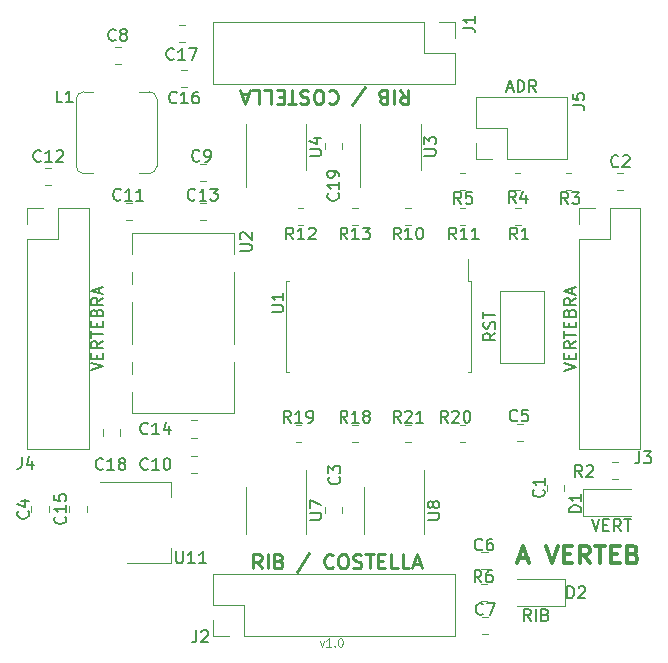
<source format=gbr>
%TF.GenerationSoftware,KiCad,Pcbnew,6.0.8+dfsg-1~bpo11+1*%
%TF.CreationDate,2022-10-31T17:28:34+01:00*%
%TF.ProjectId,vertExpI2c_00,76657274-4578-4704-9932-635f30302e6b,rev?*%
%TF.SameCoordinates,Original*%
%TF.FileFunction,Legend,Top*%
%TF.FilePolarity,Positive*%
%FSLAX46Y46*%
G04 Gerber Fmt 4.6, Leading zero omitted, Abs format (unit mm)*
G04 Created by KiCad (PCBNEW 6.0.8+dfsg-1~bpo11+1) date 2022-10-31 17:28:34*
%MOMM*%
%LPD*%
G01*
G04 APERTURE LIST*
%ADD10C,0.150000*%
%ADD11C,0.250000*%
%ADD12C,0.300000*%
%ADD13C,0.110000*%
%ADD14C,0.120000*%
G04 APERTURE END LIST*
D10*
X164833333Y-114652380D02*
X165166666Y-115652380D01*
X165500000Y-114652380D01*
X165833333Y-115128571D02*
X166166666Y-115128571D01*
X166309523Y-115652380D02*
X165833333Y-115652380D01*
X165833333Y-114652380D01*
X166309523Y-114652380D01*
X167309523Y-115652380D02*
X166976190Y-115176190D01*
X166738095Y-115652380D02*
X166738095Y-114652380D01*
X167119047Y-114652380D01*
X167214285Y-114700000D01*
X167261904Y-114747619D01*
X167309523Y-114842857D01*
X167309523Y-114985714D01*
X167261904Y-115080952D01*
X167214285Y-115128571D01*
X167119047Y-115176190D01*
X166738095Y-115176190D01*
X167595238Y-114652380D02*
X168166666Y-114652380D01*
X167880952Y-115652380D02*
X167880952Y-114652380D01*
D11*
X148632857Y-78287142D02*
X149032857Y-78858571D01*
X149318571Y-78287142D02*
X149318571Y-79487142D01*
X148861428Y-79487142D01*
X148747142Y-79430000D01*
X148690000Y-79372857D01*
X148632857Y-79258571D01*
X148632857Y-79087142D01*
X148690000Y-78972857D01*
X148747142Y-78915714D01*
X148861428Y-78858571D01*
X149318571Y-78858571D01*
X148118571Y-78287142D02*
X148118571Y-79487142D01*
X147147142Y-78915714D02*
X146975714Y-78858571D01*
X146918571Y-78801428D01*
X146861428Y-78687142D01*
X146861428Y-78515714D01*
X146918571Y-78401428D01*
X146975714Y-78344285D01*
X147090000Y-78287142D01*
X147547142Y-78287142D01*
X147547142Y-79487142D01*
X147147142Y-79487142D01*
X147032857Y-79430000D01*
X146975714Y-79372857D01*
X146918571Y-79258571D01*
X146918571Y-79144285D01*
X146975714Y-79030000D01*
X147032857Y-78972857D01*
X147147142Y-78915714D01*
X147547142Y-78915714D01*
X144575714Y-79544285D02*
X145604285Y-78001428D01*
X142575714Y-78401428D02*
X142632857Y-78344285D01*
X142804285Y-78287142D01*
X142918571Y-78287142D01*
X143090000Y-78344285D01*
X143204285Y-78458571D01*
X143261428Y-78572857D01*
X143318571Y-78801428D01*
X143318571Y-78972857D01*
X143261428Y-79201428D01*
X143204285Y-79315714D01*
X143090000Y-79430000D01*
X142918571Y-79487142D01*
X142804285Y-79487142D01*
X142632857Y-79430000D01*
X142575714Y-79372857D01*
X141832857Y-79487142D02*
X141604285Y-79487142D01*
X141490000Y-79430000D01*
X141375714Y-79315714D01*
X141318571Y-79087142D01*
X141318571Y-78687142D01*
X141375714Y-78458571D01*
X141490000Y-78344285D01*
X141604285Y-78287142D01*
X141832857Y-78287142D01*
X141947142Y-78344285D01*
X142061428Y-78458571D01*
X142118571Y-78687142D01*
X142118571Y-79087142D01*
X142061428Y-79315714D01*
X141947142Y-79430000D01*
X141832857Y-79487142D01*
X140861428Y-78344285D02*
X140690000Y-78287142D01*
X140404285Y-78287142D01*
X140290000Y-78344285D01*
X140232857Y-78401428D01*
X140175714Y-78515714D01*
X140175714Y-78630000D01*
X140232857Y-78744285D01*
X140290000Y-78801428D01*
X140404285Y-78858571D01*
X140632857Y-78915714D01*
X140747142Y-78972857D01*
X140804285Y-79030000D01*
X140861428Y-79144285D01*
X140861428Y-79258571D01*
X140804285Y-79372857D01*
X140747142Y-79430000D01*
X140632857Y-79487142D01*
X140347142Y-79487142D01*
X140175714Y-79430000D01*
X139832857Y-79487142D02*
X139147142Y-79487142D01*
X139490000Y-78287142D02*
X139490000Y-79487142D01*
X138747142Y-78915714D02*
X138347142Y-78915714D01*
X138175714Y-78287142D02*
X138747142Y-78287142D01*
X138747142Y-79487142D01*
X138175714Y-79487142D01*
X137090000Y-78287142D02*
X137661428Y-78287142D01*
X137661428Y-79487142D01*
X136118571Y-78287142D02*
X136690000Y-78287142D01*
X136690000Y-79487142D01*
X135775714Y-78630000D02*
X135204285Y-78630000D01*
X135890000Y-78287142D02*
X135490000Y-79487142D01*
X135090000Y-78287142D01*
D12*
X158700000Y-117950000D02*
X159414285Y-117950000D01*
X158557142Y-118378571D02*
X159057142Y-116878571D01*
X159557142Y-118378571D01*
X160985714Y-116878571D02*
X161485714Y-118378571D01*
X161985714Y-116878571D01*
X162485714Y-117592857D02*
X162985714Y-117592857D01*
X163200000Y-118378571D02*
X162485714Y-118378571D01*
X162485714Y-116878571D01*
X163200000Y-116878571D01*
X164700000Y-118378571D02*
X164200000Y-117664285D01*
X163842857Y-118378571D02*
X163842857Y-116878571D01*
X164414285Y-116878571D01*
X164557142Y-116950000D01*
X164628571Y-117021428D01*
X164700000Y-117164285D01*
X164700000Y-117378571D01*
X164628571Y-117521428D01*
X164557142Y-117592857D01*
X164414285Y-117664285D01*
X163842857Y-117664285D01*
X165128571Y-116878571D02*
X165985714Y-116878571D01*
X165557142Y-118378571D02*
X165557142Y-116878571D01*
X166485714Y-117592857D02*
X166985714Y-117592857D01*
X167200000Y-118378571D02*
X166485714Y-118378571D01*
X166485714Y-116878571D01*
X167200000Y-116878571D01*
X168342857Y-117592857D02*
X168557142Y-117664285D01*
X168628571Y-117735714D01*
X168700000Y-117878571D01*
X168700000Y-118092857D01*
X168628571Y-118235714D01*
X168557142Y-118307142D01*
X168414285Y-118378571D01*
X167842857Y-118378571D01*
X167842857Y-116878571D01*
X168342857Y-116878571D01*
X168485714Y-116950000D01*
X168557142Y-117021428D01*
X168628571Y-117164285D01*
X168628571Y-117307142D01*
X168557142Y-117450000D01*
X168485714Y-117521428D01*
X168342857Y-117592857D01*
X167842857Y-117592857D01*
D13*
X141800000Y-124950000D02*
X141966666Y-125416666D01*
X142133333Y-124950000D01*
X142766666Y-125416666D02*
X142366666Y-125416666D01*
X142566666Y-125416666D02*
X142566666Y-124716666D01*
X142500000Y-124816666D01*
X142433333Y-124883333D01*
X142366666Y-124916666D01*
X143066666Y-125350000D02*
X143100000Y-125383333D01*
X143066666Y-125416666D01*
X143033333Y-125383333D01*
X143066666Y-125350000D01*
X143066666Y-125416666D01*
X143533333Y-124716666D02*
X143600000Y-124716666D01*
X143666666Y-124750000D01*
X143700000Y-124783333D01*
X143733333Y-124850000D01*
X143766666Y-124983333D01*
X143766666Y-125150000D01*
X143733333Y-125283333D01*
X143700000Y-125350000D01*
X143666666Y-125383333D01*
X143600000Y-125416666D01*
X143533333Y-125416666D01*
X143466666Y-125383333D01*
X143433333Y-125350000D01*
X143400000Y-125283333D01*
X143366666Y-125150000D01*
X143366666Y-124983333D01*
X143400000Y-124850000D01*
X143433333Y-124783333D01*
X143466666Y-124750000D01*
X143533333Y-124716666D01*
D10*
X159671428Y-123252380D02*
X159338095Y-122776190D01*
X159100000Y-123252380D02*
X159100000Y-122252380D01*
X159480952Y-122252380D01*
X159576190Y-122300000D01*
X159623809Y-122347619D01*
X159671428Y-122442857D01*
X159671428Y-122585714D01*
X159623809Y-122680952D01*
X159576190Y-122728571D01*
X159480952Y-122776190D01*
X159100000Y-122776190D01*
X160100000Y-123252380D02*
X160100000Y-122252380D01*
X160909523Y-122728571D02*
X161052380Y-122776190D01*
X161100000Y-122823809D01*
X161147619Y-122919047D01*
X161147619Y-123061904D01*
X161100000Y-123157142D01*
X161052380Y-123204761D01*
X160957142Y-123252380D01*
X160576190Y-123252380D01*
X160576190Y-122252380D01*
X160909523Y-122252380D01*
X161004761Y-122300000D01*
X161052380Y-122347619D01*
X161100000Y-122442857D01*
X161100000Y-122538095D01*
X161052380Y-122633333D01*
X161004761Y-122680952D01*
X160909523Y-122728571D01*
X160576190Y-122728571D01*
D11*
X136887142Y-118792857D02*
X136487142Y-118221428D01*
X136201428Y-118792857D02*
X136201428Y-117592857D01*
X136658571Y-117592857D01*
X136772857Y-117650000D01*
X136830000Y-117707142D01*
X136887142Y-117821428D01*
X136887142Y-117992857D01*
X136830000Y-118107142D01*
X136772857Y-118164285D01*
X136658571Y-118221428D01*
X136201428Y-118221428D01*
X137401428Y-118792857D02*
X137401428Y-117592857D01*
X138372857Y-118164285D02*
X138544285Y-118221428D01*
X138601428Y-118278571D01*
X138658571Y-118392857D01*
X138658571Y-118564285D01*
X138601428Y-118678571D01*
X138544285Y-118735714D01*
X138430000Y-118792857D01*
X137972857Y-118792857D01*
X137972857Y-117592857D01*
X138372857Y-117592857D01*
X138487142Y-117650000D01*
X138544285Y-117707142D01*
X138601428Y-117821428D01*
X138601428Y-117935714D01*
X138544285Y-118050000D01*
X138487142Y-118107142D01*
X138372857Y-118164285D01*
X137972857Y-118164285D01*
X140944285Y-117535714D02*
X139915714Y-119078571D01*
X142944285Y-118678571D02*
X142887142Y-118735714D01*
X142715714Y-118792857D01*
X142601428Y-118792857D01*
X142430000Y-118735714D01*
X142315714Y-118621428D01*
X142258571Y-118507142D01*
X142201428Y-118278571D01*
X142201428Y-118107142D01*
X142258571Y-117878571D01*
X142315714Y-117764285D01*
X142430000Y-117650000D01*
X142601428Y-117592857D01*
X142715714Y-117592857D01*
X142887142Y-117650000D01*
X142944285Y-117707142D01*
X143687142Y-117592857D02*
X143915714Y-117592857D01*
X144030000Y-117650000D01*
X144144285Y-117764285D01*
X144201428Y-117992857D01*
X144201428Y-118392857D01*
X144144285Y-118621428D01*
X144030000Y-118735714D01*
X143915714Y-118792857D01*
X143687142Y-118792857D01*
X143572857Y-118735714D01*
X143458571Y-118621428D01*
X143401428Y-118392857D01*
X143401428Y-117992857D01*
X143458571Y-117764285D01*
X143572857Y-117650000D01*
X143687142Y-117592857D01*
X144658571Y-118735714D02*
X144830000Y-118792857D01*
X145115714Y-118792857D01*
X145230000Y-118735714D01*
X145287142Y-118678571D01*
X145344285Y-118564285D01*
X145344285Y-118450000D01*
X145287142Y-118335714D01*
X145230000Y-118278571D01*
X145115714Y-118221428D01*
X144887142Y-118164285D01*
X144772857Y-118107142D01*
X144715714Y-118050000D01*
X144658571Y-117935714D01*
X144658571Y-117821428D01*
X144715714Y-117707142D01*
X144772857Y-117650000D01*
X144887142Y-117592857D01*
X145172857Y-117592857D01*
X145344285Y-117650000D01*
X145687142Y-117592857D02*
X146372857Y-117592857D01*
X146030000Y-118792857D02*
X146030000Y-117592857D01*
X146772857Y-118164285D02*
X147172857Y-118164285D01*
X147344285Y-118792857D02*
X146772857Y-118792857D01*
X146772857Y-117592857D01*
X147344285Y-117592857D01*
X148430000Y-118792857D02*
X147858571Y-118792857D01*
X147858571Y-117592857D01*
X149401428Y-118792857D02*
X148830000Y-118792857D01*
X148830000Y-117592857D01*
X149744285Y-118450000D02*
X150315714Y-118450000D01*
X149630000Y-118792857D02*
X150030000Y-117592857D01*
X150430000Y-118792857D01*
D10*
X162482380Y-102057619D02*
X163482380Y-101724285D01*
X162482380Y-101390952D01*
X162958571Y-101057619D02*
X162958571Y-100724285D01*
X163482380Y-100581428D02*
X163482380Y-101057619D01*
X162482380Y-101057619D01*
X162482380Y-100581428D01*
X163482380Y-99581428D02*
X163006190Y-99914761D01*
X163482380Y-100152857D02*
X162482380Y-100152857D01*
X162482380Y-99771904D01*
X162530000Y-99676666D01*
X162577619Y-99629047D01*
X162672857Y-99581428D01*
X162815714Y-99581428D01*
X162910952Y-99629047D01*
X162958571Y-99676666D01*
X163006190Y-99771904D01*
X163006190Y-100152857D01*
X162482380Y-99295714D02*
X162482380Y-98724285D01*
X163482380Y-99010000D02*
X162482380Y-99010000D01*
X162958571Y-98390952D02*
X162958571Y-98057619D01*
X163482380Y-97914761D02*
X163482380Y-98390952D01*
X162482380Y-98390952D01*
X162482380Y-97914761D01*
X162958571Y-97152857D02*
X163006190Y-97010000D01*
X163053809Y-96962380D01*
X163149047Y-96914761D01*
X163291904Y-96914761D01*
X163387142Y-96962380D01*
X163434761Y-97010000D01*
X163482380Y-97105238D01*
X163482380Y-97486190D01*
X162482380Y-97486190D01*
X162482380Y-97152857D01*
X162530000Y-97057619D01*
X162577619Y-97010000D01*
X162672857Y-96962380D01*
X162768095Y-96962380D01*
X162863333Y-97010000D01*
X162910952Y-97057619D01*
X162958571Y-97152857D01*
X162958571Y-97486190D01*
X163482380Y-95914761D02*
X163006190Y-96248095D01*
X163482380Y-96486190D02*
X162482380Y-96486190D01*
X162482380Y-96105238D01*
X162530000Y-96010000D01*
X162577619Y-95962380D01*
X162672857Y-95914761D01*
X162815714Y-95914761D01*
X162910952Y-95962380D01*
X162958571Y-96010000D01*
X163006190Y-96105238D01*
X163006190Y-96486190D01*
X163196666Y-95533809D02*
X163196666Y-95057619D01*
X163482380Y-95629047D02*
X162482380Y-95295714D01*
X163482380Y-94962380D01*
X157661904Y-78166666D02*
X158138095Y-78166666D01*
X157566666Y-78452380D02*
X157900000Y-77452380D01*
X158233333Y-78452380D01*
X158566666Y-78452380D02*
X158566666Y-77452380D01*
X158804761Y-77452380D01*
X158947619Y-77500000D01*
X159042857Y-77595238D01*
X159090476Y-77690476D01*
X159138095Y-77880952D01*
X159138095Y-78023809D01*
X159090476Y-78214285D01*
X159042857Y-78309523D01*
X158947619Y-78404761D01*
X158804761Y-78452380D01*
X158566666Y-78452380D01*
X160138095Y-78452380D02*
X159804761Y-77976190D01*
X159566666Y-78452380D02*
X159566666Y-77452380D01*
X159947619Y-77452380D01*
X160042857Y-77500000D01*
X160090476Y-77547619D01*
X160138095Y-77642857D01*
X160138095Y-77785714D01*
X160090476Y-77880952D01*
X160042857Y-77928571D01*
X159947619Y-77976190D01*
X159566666Y-77976190D01*
X122442380Y-102037619D02*
X123442380Y-101704285D01*
X122442380Y-101370952D01*
X122918571Y-101037619D02*
X122918571Y-100704285D01*
X123442380Y-100561428D02*
X123442380Y-101037619D01*
X122442380Y-101037619D01*
X122442380Y-100561428D01*
X123442380Y-99561428D02*
X122966190Y-99894761D01*
X123442380Y-100132857D02*
X122442380Y-100132857D01*
X122442380Y-99751904D01*
X122490000Y-99656666D01*
X122537619Y-99609047D01*
X122632857Y-99561428D01*
X122775714Y-99561428D01*
X122870952Y-99609047D01*
X122918571Y-99656666D01*
X122966190Y-99751904D01*
X122966190Y-100132857D01*
X122442380Y-99275714D02*
X122442380Y-98704285D01*
X123442380Y-98990000D02*
X122442380Y-98990000D01*
X122918571Y-98370952D02*
X122918571Y-98037619D01*
X123442380Y-97894761D02*
X123442380Y-98370952D01*
X122442380Y-98370952D01*
X122442380Y-97894761D01*
X122918571Y-97132857D02*
X122966190Y-96990000D01*
X123013809Y-96942380D01*
X123109047Y-96894761D01*
X123251904Y-96894761D01*
X123347142Y-96942380D01*
X123394761Y-96990000D01*
X123442380Y-97085238D01*
X123442380Y-97466190D01*
X122442380Y-97466190D01*
X122442380Y-97132857D01*
X122490000Y-97037619D01*
X122537619Y-96990000D01*
X122632857Y-96942380D01*
X122728095Y-96942380D01*
X122823333Y-96990000D01*
X122870952Y-97037619D01*
X122918571Y-97132857D01*
X122918571Y-97466190D01*
X123442380Y-95894761D02*
X122966190Y-96228095D01*
X123442380Y-96466190D02*
X122442380Y-96466190D01*
X122442380Y-96085238D01*
X122490000Y-95990000D01*
X122537619Y-95942380D01*
X122632857Y-95894761D01*
X122775714Y-95894761D01*
X122870952Y-95942380D01*
X122918571Y-95990000D01*
X122966190Y-96085238D01*
X122966190Y-96466190D01*
X123156666Y-95513809D02*
X123156666Y-95037619D01*
X123442380Y-95609047D02*
X122442380Y-95275714D01*
X123442380Y-94942380D01*
%TO.C,C19*%
X143357142Y-87042857D02*
X143404761Y-87090476D01*
X143452380Y-87233333D01*
X143452380Y-87328571D01*
X143404761Y-87471428D01*
X143309523Y-87566666D01*
X143214285Y-87614285D01*
X143023809Y-87661904D01*
X142880952Y-87661904D01*
X142690476Y-87614285D01*
X142595238Y-87566666D01*
X142500000Y-87471428D01*
X142452380Y-87328571D01*
X142452380Y-87233333D01*
X142500000Y-87090476D01*
X142547619Y-87042857D01*
X143452380Y-86090476D02*
X143452380Y-86661904D01*
X143452380Y-86376190D02*
X142452380Y-86376190D01*
X142595238Y-86471428D01*
X142690476Y-86566666D01*
X142738095Y-86661904D01*
X143452380Y-85614285D02*
X143452380Y-85423809D01*
X143404761Y-85328571D01*
X143357142Y-85280952D01*
X143214285Y-85185714D01*
X143023809Y-85138095D01*
X142642857Y-85138095D01*
X142547619Y-85185714D01*
X142500000Y-85233333D01*
X142452380Y-85328571D01*
X142452380Y-85519047D01*
X142500000Y-85614285D01*
X142547619Y-85661904D01*
X142642857Y-85709523D01*
X142880952Y-85709523D01*
X142976190Y-85661904D01*
X143023809Y-85614285D01*
X143071428Y-85519047D01*
X143071428Y-85328571D01*
X143023809Y-85233333D01*
X142976190Y-85185714D01*
X142880952Y-85138095D01*
%TO.C,R6*%
X155503333Y-119972380D02*
X155170000Y-119496190D01*
X154931904Y-119972380D02*
X154931904Y-118972380D01*
X155312857Y-118972380D01*
X155408095Y-119020000D01*
X155455714Y-119067619D01*
X155503333Y-119162857D01*
X155503333Y-119305714D01*
X155455714Y-119400952D01*
X155408095Y-119448571D01*
X155312857Y-119496190D01*
X154931904Y-119496190D01*
X156360476Y-118972380D02*
X156170000Y-118972380D01*
X156074761Y-119020000D01*
X156027142Y-119067619D01*
X155931904Y-119210476D01*
X155884285Y-119400952D01*
X155884285Y-119781904D01*
X155931904Y-119877142D01*
X155979523Y-119924761D01*
X156074761Y-119972380D01*
X156265238Y-119972380D01*
X156360476Y-119924761D01*
X156408095Y-119877142D01*
X156455714Y-119781904D01*
X156455714Y-119543809D01*
X156408095Y-119448571D01*
X156360476Y-119400952D01*
X156265238Y-119353333D01*
X156074761Y-119353333D01*
X155979523Y-119400952D01*
X155931904Y-119448571D01*
X155884285Y-119543809D01*
%TO.C,C13*%
X131257142Y-87557142D02*
X131209523Y-87604761D01*
X131066666Y-87652380D01*
X130971428Y-87652380D01*
X130828571Y-87604761D01*
X130733333Y-87509523D01*
X130685714Y-87414285D01*
X130638095Y-87223809D01*
X130638095Y-87080952D01*
X130685714Y-86890476D01*
X130733333Y-86795238D01*
X130828571Y-86700000D01*
X130971428Y-86652380D01*
X131066666Y-86652380D01*
X131209523Y-86700000D01*
X131257142Y-86747619D01*
X132209523Y-87652380D02*
X131638095Y-87652380D01*
X131923809Y-87652380D02*
X131923809Y-86652380D01*
X131828571Y-86795238D01*
X131733333Y-86890476D01*
X131638095Y-86938095D01*
X132542857Y-86652380D02*
X133161904Y-86652380D01*
X132828571Y-87033333D01*
X132971428Y-87033333D01*
X133066666Y-87080952D01*
X133114285Y-87128571D01*
X133161904Y-87223809D01*
X133161904Y-87461904D01*
X133114285Y-87557142D01*
X133066666Y-87604761D01*
X132971428Y-87652380D01*
X132685714Y-87652380D01*
X132590476Y-87604761D01*
X132542857Y-87557142D01*
%TO.C,C4*%
X117117142Y-113956666D02*
X117164761Y-114004285D01*
X117212380Y-114147142D01*
X117212380Y-114242380D01*
X117164761Y-114385238D01*
X117069523Y-114480476D01*
X116974285Y-114528095D01*
X116783809Y-114575714D01*
X116640952Y-114575714D01*
X116450476Y-114528095D01*
X116355238Y-114480476D01*
X116260000Y-114385238D01*
X116212380Y-114242380D01*
X116212380Y-114147142D01*
X116260000Y-114004285D01*
X116307619Y-113956666D01*
X116545714Y-113099523D02*
X117212380Y-113099523D01*
X116164761Y-113337619D02*
X116879047Y-113575714D01*
X116879047Y-112956666D01*
%TO.C,J2*%
X131366666Y-124052380D02*
X131366666Y-124766666D01*
X131319047Y-124909523D01*
X131223809Y-125004761D01*
X131080952Y-125052380D01*
X130985714Y-125052380D01*
X131795238Y-124147619D02*
X131842857Y-124100000D01*
X131938095Y-124052380D01*
X132176190Y-124052380D01*
X132271428Y-124100000D01*
X132319047Y-124147619D01*
X132366666Y-124242857D01*
X132366666Y-124338095D01*
X132319047Y-124480952D01*
X131747619Y-125052380D01*
X132366666Y-125052380D01*
%TO.C,C16*%
X129694642Y-79337142D02*
X129647023Y-79384761D01*
X129504166Y-79432380D01*
X129408928Y-79432380D01*
X129266071Y-79384761D01*
X129170833Y-79289523D01*
X129123214Y-79194285D01*
X129075595Y-79003809D01*
X129075595Y-78860952D01*
X129123214Y-78670476D01*
X129170833Y-78575238D01*
X129266071Y-78480000D01*
X129408928Y-78432380D01*
X129504166Y-78432380D01*
X129647023Y-78480000D01*
X129694642Y-78527619D01*
X130647023Y-79432380D02*
X130075595Y-79432380D01*
X130361309Y-79432380D02*
X130361309Y-78432380D01*
X130266071Y-78575238D01*
X130170833Y-78670476D01*
X130075595Y-78718095D01*
X131504166Y-78432380D02*
X131313690Y-78432380D01*
X131218452Y-78480000D01*
X131170833Y-78527619D01*
X131075595Y-78670476D01*
X131027976Y-78860952D01*
X131027976Y-79241904D01*
X131075595Y-79337142D01*
X131123214Y-79384761D01*
X131218452Y-79432380D01*
X131408928Y-79432380D01*
X131504166Y-79384761D01*
X131551785Y-79337142D01*
X131599404Y-79241904D01*
X131599404Y-79003809D01*
X131551785Y-78908571D01*
X131504166Y-78860952D01*
X131408928Y-78813333D01*
X131218452Y-78813333D01*
X131123214Y-78860952D01*
X131075595Y-78908571D01*
X131027976Y-79003809D01*
%TO.C,J5*%
X163222380Y-79573333D02*
X163936666Y-79573333D01*
X164079523Y-79620952D01*
X164174761Y-79716190D01*
X164222380Y-79859047D01*
X164222380Y-79954285D01*
X163222380Y-78620952D02*
X163222380Y-79097142D01*
X163698571Y-79144761D01*
X163650952Y-79097142D01*
X163603333Y-79001904D01*
X163603333Y-78763809D01*
X163650952Y-78668571D01*
X163698571Y-78620952D01*
X163793809Y-78573333D01*
X164031904Y-78573333D01*
X164127142Y-78620952D01*
X164174761Y-78668571D01*
X164222380Y-78763809D01*
X164222380Y-79001904D01*
X164174761Y-79097142D01*
X164127142Y-79144761D01*
%TO.C,J3*%
X168876666Y-108902380D02*
X168876666Y-109616666D01*
X168829047Y-109759523D01*
X168733809Y-109854761D01*
X168590952Y-109902380D01*
X168495714Y-109902380D01*
X169257619Y-108902380D02*
X169876666Y-108902380D01*
X169543333Y-109283333D01*
X169686190Y-109283333D01*
X169781428Y-109330952D01*
X169829047Y-109378571D01*
X169876666Y-109473809D01*
X169876666Y-109711904D01*
X169829047Y-109807142D01*
X169781428Y-109854761D01*
X169686190Y-109902380D01*
X169400476Y-109902380D01*
X169305238Y-109854761D01*
X169257619Y-109807142D01*
%TO.C,R1*%
X158533333Y-90952380D02*
X158200000Y-90476190D01*
X157961904Y-90952380D02*
X157961904Y-89952380D01*
X158342857Y-89952380D01*
X158438095Y-90000000D01*
X158485714Y-90047619D01*
X158533333Y-90142857D01*
X158533333Y-90285714D01*
X158485714Y-90380952D01*
X158438095Y-90428571D01*
X158342857Y-90476190D01*
X157961904Y-90476190D01*
X159485714Y-90952380D02*
X158914285Y-90952380D01*
X159200000Y-90952380D02*
X159200000Y-89952380D01*
X159104761Y-90095238D01*
X159009523Y-90190476D01*
X158914285Y-90238095D01*
%TO.C,R5*%
X153783333Y-87922380D02*
X153450000Y-87446190D01*
X153211904Y-87922380D02*
X153211904Y-86922380D01*
X153592857Y-86922380D01*
X153688095Y-86970000D01*
X153735714Y-87017619D01*
X153783333Y-87112857D01*
X153783333Y-87255714D01*
X153735714Y-87350952D01*
X153688095Y-87398571D01*
X153592857Y-87446190D01*
X153211904Y-87446190D01*
X154688095Y-86922380D02*
X154211904Y-86922380D01*
X154164285Y-87398571D01*
X154211904Y-87350952D01*
X154307142Y-87303333D01*
X154545238Y-87303333D01*
X154640476Y-87350952D01*
X154688095Y-87398571D01*
X154735714Y-87493809D01*
X154735714Y-87731904D01*
X154688095Y-87827142D01*
X154640476Y-87874761D01*
X154545238Y-87922380D01*
X154307142Y-87922380D01*
X154211904Y-87874761D01*
X154164285Y-87827142D01*
%TO.C,C6*%
X155563333Y-117177142D02*
X155515714Y-117224761D01*
X155372857Y-117272380D01*
X155277619Y-117272380D01*
X155134761Y-117224761D01*
X155039523Y-117129523D01*
X154991904Y-117034285D01*
X154944285Y-116843809D01*
X154944285Y-116700952D01*
X154991904Y-116510476D01*
X155039523Y-116415238D01*
X155134761Y-116320000D01*
X155277619Y-116272380D01*
X155372857Y-116272380D01*
X155515714Y-116320000D01*
X155563333Y-116367619D01*
X156420476Y-116272380D02*
X156230000Y-116272380D01*
X156134761Y-116320000D01*
X156087142Y-116367619D01*
X155991904Y-116510476D01*
X155944285Y-116700952D01*
X155944285Y-117081904D01*
X155991904Y-117177142D01*
X156039523Y-117224761D01*
X156134761Y-117272380D01*
X156325238Y-117272380D01*
X156420476Y-117224761D01*
X156468095Y-117177142D01*
X156515714Y-117081904D01*
X156515714Y-116843809D01*
X156468095Y-116748571D01*
X156420476Y-116700952D01*
X156325238Y-116653333D01*
X156134761Y-116653333D01*
X156039523Y-116700952D01*
X155991904Y-116748571D01*
X155944285Y-116843809D01*
%TO.C,C1*%
X160757142Y-112129166D02*
X160804761Y-112176785D01*
X160852380Y-112319642D01*
X160852380Y-112414880D01*
X160804761Y-112557738D01*
X160709523Y-112652976D01*
X160614285Y-112700595D01*
X160423809Y-112748214D01*
X160280952Y-112748214D01*
X160090476Y-112700595D01*
X159995238Y-112652976D01*
X159900000Y-112557738D01*
X159852380Y-112414880D01*
X159852380Y-112319642D01*
X159900000Y-112176785D01*
X159947619Y-112129166D01*
X160852380Y-111176785D02*
X160852380Y-111748214D01*
X160852380Y-111462500D02*
X159852380Y-111462500D01*
X159995238Y-111557738D01*
X160090476Y-111652976D01*
X160138095Y-111748214D01*
%TO.C,U3*%
X150652380Y-83861904D02*
X151461904Y-83861904D01*
X151557142Y-83814285D01*
X151604761Y-83766666D01*
X151652380Y-83671428D01*
X151652380Y-83480952D01*
X151604761Y-83385714D01*
X151557142Y-83338095D01*
X151461904Y-83290476D01*
X150652380Y-83290476D01*
X150652380Y-82909523D02*
X150652380Y-82290476D01*
X151033333Y-82623809D01*
X151033333Y-82480952D01*
X151080952Y-82385714D01*
X151128571Y-82338095D01*
X151223809Y-82290476D01*
X151461904Y-82290476D01*
X151557142Y-82338095D01*
X151604761Y-82385714D01*
X151652380Y-82480952D01*
X151652380Y-82766666D01*
X151604761Y-82861904D01*
X151557142Y-82909523D01*
%TO.C,R20*%
X152657142Y-106452380D02*
X152323809Y-105976190D01*
X152085714Y-106452380D02*
X152085714Y-105452380D01*
X152466666Y-105452380D01*
X152561904Y-105500000D01*
X152609523Y-105547619D01*
X152657142Y-105642857D01*
X152657142Y-105785714D01*
X152609523Y-105880952D01*
X152561904Y-105928571D01*
X152466666Y-105976190D01*
X152085714Y-105976190D01*
X153038095Y-105547619D02*
X153085714Y-105500000D01*
X153180952Y-105452380D01*
X153419047Y-105452380D01*
X153514285Y-105500000D01*
X153561904Y-105547619D01*
X153609523Y-105642857D01*
X153609523Y-105738095D01*
X153561904Y-105880952D01*
X152990476Y-106452380D01*
X153609523Y-106452380D01*
X154228571Y-105452380D02*
X154323809Y-105452380D01*
X154419047Y-105500000D01*
X154466666Y-105547619D01*
X154514285Y-105642857D01*
X154561904Y-105833333D01*
X154561904Y-106071428D01*
X154514285Y-106261904D01*
X154466666Y-106357142D01*
X154419047Y-106404761D01*
X154323809Y-106452380D01*
X154228571Y-106452380D01*
X154133333Y-106404761D01*
X154085714Y-106357142D01*
X154038095Y-106261904D01*
X153990476Y-106071428D01*
X153990476Y-105833333D01*
X154038095Y-105642857D01*
X154085714Y-105547619D01*
X154133333Y-105500000D01*
X154228571Y-105452380D01*
%TO.C,C3*%
X143457142Y-111066666D02*
X143504761Y-111114285D01*
X143552380Y-111257142D01*
X143552380Y-111352380D01*
X143504761Y-111495238D01*
X143409523Y-111590476D01*
X143314285Y-111638095D01*
X143123809Y-111685714D01*
X142980952Y-111685714D01*
X142790476Y-111638095D01*
X142695238Y-111590476D01*
X142600000Y-111495238D01*
X142552380Y-111352380D01*
X142552380Y-111257142D01*
X142600000Y-111114285D01*
X142647619Y-111066666D01*
X142552380Y-110733333D02*
X142552380Y-110114285D01*
X142933333Y-110447619D01*
X142933333Y-110304761D01*
X142980952Y-110209523D01*
X143028571Y-110161904D01*
X143123809Y-110114285D01*
X143361904Y-110114285D01*
X143457142Y-110161904D01*
X143504761Y-110209523D01*
X143552380Y-110304761D01*
X143552380Y-110590476D01*
X143504761Y-110685714D01*
X143457142Y-110733333D01*
%TO.C,R11*%
X153357142Y-90952380D02*
X153023809Y-90476190D01*
X152785714Y-90952380D02*
X152785714Y-89952380D01*
X153166666Y-89952380D01*
X153261904Y-90000000D01*
X153309523Y-90047619D01*
X153357142Y-90142857D01*
X153357142Y-90285714D01*
X153309523Y-90380952D01*
X153261904Y-90428571D01*
X153166666Y-90476190D01*
X152785714Y-90476190D01*
X154309523Y-90952380D02*
X153738095Y-90952380D01*
X154023809Y-90952380D02*
X154023809Y-89952380D01*
X153928571Y-90095238D01*
X153833333Y-90190476D01*
X153738095Y-90238095D01*
X155261904Y-90952380D02*
X154690476Y-90952380D01*
X154976190Y-90952380D02*
X154976190Y-89952380D01*
X154880952Y-90095238D01*
X154785714Y-90190476D01*
X154690476Y-90238095D01*
%TO.C,J1*%
X153972380Y-73043333D02*
X154686666Y-73043333D01*
X154829523Y-73090952D01*
X154924761Y-73186190D01*
X154972380Y-73329047D01*
X154972380Y-73424285D01*
X154972380Y-72043333D02*
X154972380Y-72614761D01*
X154972380Y-72329047D02*
X153972380Y-72329047D01*
X154115238Y-72424285D01*
X154210476Y-72519523D01*
X154258095Y-72614761D01*
%TO.C,R19*%
X139357142Y-106452380D02*
X139023809Y-105976190D01*
X138785714Y-106452380D02*
X138785714Y-105452380D01*
X139166666Y-105452380D01*
X139261904Y-105500000D01*
X139309523Y-105547619D01*
X139357142Y-105642857D01*
X139357142Y-105785714D01*
X139309523Y-105880952D01*
X139261904Y-105928571D01*
X139166666Y-105976190D01*
X138785714Y-105976190D01*
X140309523Y-106452380D02*
X139738095Y-106452380D01*
X140023809Y-106452380D02*
X140023809Y-105452380D01*
X139928571Y-105595238D01*
X139833333Y-105690476D01*
X139738095Y-105738095D01*
X140785714Y-106452380D02*
X140976190Y-106452380D01*
X141071428Y-106404761D01*
X141119047Y-106357142D01*
X141214285Y-106214285D01*
X141261904Y-106023809D01*
X141261904Y-105642857D01*
X141214285Y-105547619D01*
X141166666Y-105500000D01*
X141071428Y-105452380D01*
X140880952Y-105452380D01*
X140785714Y-105500000D01*
X140738095Y-105547619D01*
X140690476Y-105642857D01*
X140690476Y-105880952D01*
X140738095Y-105976190D01*
X140785714Y-106023809D01*
X140880952Y-106071428D01*
X141071428Y-106071428D01*
X141166666Y-106023809D01*
X141214285Y-105976190D01*
X141261904Y-105880952D01*
%TO.C,U1*%
X137732380Y-97081904D02*
X138541904Y-97081904D01*
X138637142Y-97034285D01*
X138684761Y-96986666D01*
X138732380Y-96891428D01*
X138732380Y-96700952D01*
X138684761Y-96605714D01*
X138637142Y-96558095D01*
X138541904Y-96510476D01*
X137732380Y-96510476D01*
X138732380Y-95510476D02*
X138732380Y-96081904D01*
X138732380Y-95796190D02*
X137732380Y-95796190D01*
X137875238Y-95891428D01*
X137970476Y-95986666D01*
X138018095Y-96081904D01*
%TO.C,C12*%
X118194642Y-84277142D02*
X118147023Y-84324761D01*
X118004166Y-84372380D01*
X117908928Y-84372380D01*
X117766071Y-84324761D01*
X117670833Y-84229523D01*
X117623214Y-84134285D01*
X117575595Y-83943809D01*
X117575595Y-83800952D01*
X117623214Y-83610476D01*
X117670833Y-83515238D01*
X117766071Y-83420000D01*
X117908928Y-83372380D01*
X118004166Y-83372380D01*
X118147023Y-83420000D01*
X118194642Y-83467619D01*
X119147023Y-84372380D02*
X118575595Y-84372380D01*
X118861309Y-84372380D02*
X118861309Y-83372380D01*
X118766071Y-83515238D01*
X118670833Y-83610476D01*
X118575595Y-83658095D01*
X119527976Y-83467619D02*
X119575595Y-83420000D01*
X119670833Y-83372380D01*
X119908928Y-83372380D01*
X120004166Y-83420000D01*
X120051785Y-83467619D01*
X120099404Y-83562857D01*
X120099404Y-83658095D01*
X120051785Y-83800952D01*
X119480357Y-84372380D01*
X120099404Y-84372380D01*
%TO.C,U7*%
X140952380Y-114661904D02*
X141761904Y-114661904D01*
X141857142Y-114614285D01*
X141904761Y-114566666D01*
X141952380Y-114471428D01*
X141952380Y-114280952D01*
X141904761Y-114185714D01*
X141857142Y-114138095D01*
X141761904Y-114090476D01*
X140952380Y-114090476D01*
X140952380Y-113709523D02*
X140952380Y-113042857D01*
X141952380Y-113471428D01*
%TO.C,D2*%
X162781904Y-121322380D02*
X162781904Y-120322380D01*
X163020000Y-120322380D01*
X163162857Y-120370000D01*
X163258095Y-120465238D01*
X163305714Y-120560476D01*
X163353333Y-120750952D01*
X163353333Y-120893809D01*
X163305714Y-121084285D01*
X163258095Y-121179523D01*
X163162857Y-121274761D01*
X163020000Y-121322380D01*
X162781904Y-121322380D01*
X163734285Y-120417619D02*
X163781904Y-120370000D01*
X163877142Y-120322380D01*
X164115238Y-120322380D01*
X164210476Y-120370000D01*
X164258095Y-120417619D01*
X164305714Y-120512857D01*
X164305714Y-120608095D01*
X164258095Y-120750952D01*
X163686666Y-121322380D01*
X164305714Y-121322380D01*
%TO.C,C14*%
X127257142Y-107357142D02*
X127209523Y-107404761D01*
X127066666Y-107452380D01*
X126971428Y-107452380D01*
X126828571Y-107404761D01*
X126733333Y-107309523D01*
X126685714Y-107214285D01*
X126638095Y-107023809D01*
X126638095Y-106880952D01*
X126685714Y-106690476D01*
X126733333Y-106595238D01*
X126828571Y-106500000D01*
X126971428Y-106452380D01*
X127066666Y-106452380D01*
X127209523Y-106500000D01*
X127257142Y-106547619D01*
X128209523Y-107452380D02*
X127638095Y-107452380D01*
X127923809Y-107452380D02*
X127923809Y-106452380D01*
X127828571Y-106595238D01*
X127733333Y-106690476D01*
X127638095Y-106738095D01*
X129066666Y-106785714D02*
X129066666Y-107452380D01*
X128828571Y-106404761D02*
X128590476Y-107119047D01*
X129209523Y-107119047D01*
%TO.C,U11*%
X129661904Y-117352380D02*
X129661904Y-118161904D01*
X129709523Y-118257142D01*
X129757142Y-118304761D01*
X129852380Y-118352380D01*
X130042857Y-118352380D01*
X130138095Y-118304761D01*
X130185714Y-118257142D01*
X130233333Y-118161904D01*
X130233333Y-117352380D01*
X131233333Y-118352380D02*
X130661904Y-118352380D01*
X130947619Y-118352380D02*
X130947619Y-117352380D01*
X130852380Y-117495238D01*
X130757142Y-117590476D01*
X130661904Y-117638095D01*
X132185714Y-118352380D02*
X131614285Y-118352380D01*
X131900000Y-118352380D02*
X131900000Y-117352380D01*
X131804761Y-117495238D01*
X131709523Y-117590476D01*
X131614285Y-117638095D01*
%TO.C,C17*%
X129457142Y-75657142D02*
X129409523Y-75704761D01*
X129266666Y-75752380D01*
X129171428Y-75752380D01*
X129028571Y-75704761D01*
X128933333Y-75609523D01*
X128885714Y-75514285D01*
X128838095Y-75323809D01*
X128838095Y-75180952D01*
X128885714Y-74990476D01*
X128933333Y-74895238D01*
X129028571Y-74800000D01*
X129171428Y-74752380D01*
X129266666Y-74752380D01*
X129409523Y-74800000D01*
X129457142Y-74847619D01*
X130409523Y-75752380D02*
X129838095Y-75752380D01*
X130123809Y-75752380D02*
X130123809Y-74752380D01*
X130028571Y-74895238D01*
X129933333Y-74990476D01*
X129838095Y-75038095D01*
X130742857Y-74752380D02*
X131409523Y-74752380D01*
X130980952Y-75752380D01*
%TO.C,C2*%
X167100833Y-84727142D02*
X167053214Y-84774761D01*
X166910357Y-84822380D01*
X166815119Y-84822380D01*
X166672261Y-84774761D01*
X166577023Y-84679523D01*
X166529404Y-84584285D01*
X166481785Y-84393809D01*
X166481785Y-84250952D01*
X166529404Y-84060476D01*
X166577023Y-83965238D01*
X166672261Y-83870000D01*
X166815119Y-83822380D01*
X166910357Y-83822380D01*
X167053214Y-83870000D01*
X167100833Y-83917619D01*
X167481785Y-83917619D02*
X167529404Y-83870000D01*
X167624642Y-83822380D01*
X167862738Y-83822380D01*
X167957976Y-83870000D01*
X168005595Y-83917619D01*
X168053214Y-84012857D01*
X168053214Y-84108095D01*
X168005595Y-84250952D01*
X167434166Y-84822380D01*
X168053214Y-84822380D01*
%TO.C,C5*%
X158533333Y-106257142D02*
X158485714Y-106304761D01*
X158342857Y-106352380D01*
X158247619Y-106352380D01*
X158104761Y-106304761D01*
X158009523Y-106209523D01*
X157961904Y-106114285D01*
X157914285Y-105923809D01*
X157914285Y-105780952D01*
X157961904Y-105590476D01*
X158009523Y-105495238D01*
X158104761Y-105400000D01*
X158247619Y-105352380D01*
X158342857Y-105352380D01*
X158485714Y-105400000D01*
X158533333Y-105447619D01*
X159438095Y-105352380D02*
X158961904Y-105352380D01*
X158914285Y-105828571D01*
X158961904Y-105780952D01*
X159057142Y-105733333D01*
X159295238Y-105733333D01*
X159390476Y-105780952D01*
X159438095Y-105828571D01*
X159485714Y-105923809D01*
X159485714Y-106161904D01*
X159438095Y-106257142D01*
X159390476Y-106304761D01*
X159295238Y-106352380D01*
X159057142Y-106352380D01*
X158961904Y-106304761D01*
X158914285Y-106257142D01*
%TO.C,R13*%
X144157142Y-90952380D02*
X143823809Y-90476190D01*
X143585714Y-90952380D02*
X143585714Y-89952380D01*
X143966666Y-89952380D01*
X144061904Y-90000000D01*
X144109523Y-90047619D01*
X144157142Y-90142857D01*
X144157142Y-90285714D01*
X144109523Y-90380952D01*
X144061904Y-90428571D01*
X143966666Y-90476190D01*
X143585714Y-90476190D01*
X145109523Y-90952380D02*
X144538095Y-90952380D01*
X144823809Y-90952380D02*
X144823809Y-89952380D01*
X144728571Y-90095238D01*
X144633333Y-90190476D01*
X144538095Y-90238095D01*
X145442857Y-89952380D02*
X146061904Y-89952380D01*
X145728571Y-90333333D01*
X145871428Y-90333333D01*
X145966666Y-90380952D01*
X146014285Y-90428571D01*
X146061904Y-90523809D01*
X146061904Y-90761904D01*
X146014285Y-90857142D01*
X145966666Y-90904761D01*
X145871428Y-90952380D01*
X145585714Y-90952380D01*
X145490476Y-90904761D01*
X145442857Y-90857142D01*
%TO.C,C9*%
X131633333Y-84257142D02*
X131585714Y-84304761D01*
X131442857Y-84352380D01*
X131347619Y-84352380D01*
X131204761Y-84304761D01*
X131109523Y-84209523D01*
X131061904Y-84114285D01*
X131014285Y-83923809D01*
X131014285Y-83780952D01*
X131061904Y-83590476D01*
X131109523Y-83495238D01*
X131204761Y-83400000D01*
X131347619Y-83352380D01*
X131442857Y-83352380D01*
X131585714Y-83400000D01*
X131633333Y-83447619D01*
X132109523Y-84352380D02*
X132300000Y-84352380D01*
X132395238Y-84304761D01*
X132442857Y-84257142D01*
X132538095Y-84114285D01*
X132585714Y-83923809D01*
X132585714Y-83542857D01*
X132538095Y-83447619D01*
X132490476Y-83400000D01*
X132395238Y-83352380D01*
X132204761Y-83352380D01*
X132109523Y-83400000D01*
X132061904Y-83447619D01*
X132014285Y-83542857D01*
X132014285Y-83780952D01*
X132061904Y-83876190D01*
X132109523Y-83923809D01*
X132204761Y-83971428D01*
X132395238Y-83971428D01*
X132490476Y-83923809D01*
X132538095Y-83876190D01*
X132585714Y-83780952D01*
%TO.C,C18*%
X123457142Y-110357142D02*
X123409523Y-110404761D01*
X123266666Y-110452380D01*
X123171428Y-110452380D01*
X123028571Y-110404761D01*
X122933333Y-110309523D01*
X122885714Y-110214285D01*
X122838095Y-110023809D01*
X122838095Y-109880952D01*
X122885714Y-109690476D01*
X122933333Y-109595238D01*
X123028571Y-109500000D01*
X123171428Y-109452380D01*
X123266666Y-109452380D01*
X123409523Y-109500000D01*
X123457142Y-109547619D01*
X124409523Y-110452380D02*
X123838095Y-110452380D01*
X124123809Y-110452380D02*
X124123809Y-109452380D01*
X124028571Y-109595238D01*
X123933333Y-109690476D01*
X123838095Y-109738095D01*
X124980952Y-109880952D02*
X124885714Y-109833333D01*
X124838095Y-109785714D01*
X124790476Y-109690476D01*
X124790476Y-109642857D01*
X124838095Y-109547619D01*
X124885714Y-109500000D01*
X124980952Y-109452380D01*
X125171428Y-109452380D01*
X125266666Y-109500000D01*
X125314285Y-109547619D01*
X125361904Y-109642857D01*
X125361904Y-109690476D01*
X125314285Y-109785714D01*
X125266666Y-109833333D01*
X125171428Y-109880952D01*
X124980952Y-109880952D01*
X124885714Y-109928571D01*
X124838095Y-109976190D01*
X124790476Y-110071428D01*
X124790476Y-110261904D01*
X124838095Y-110357142D01*
X124885714Y-110404761D01*
X124980952Y-110452380D01*
X125171428Y-110452380D01*
X125266666Y-110404761D01*
X125314285Y-110357142D01*
X125361904Y-110261904D01*
X125361904Y-110071428D01*
X125314285Y-109976190D01*
X125266666Y-109928571D01*
X125171428Y-109880952D01*
%TO.C,J4*%
X116566666Y-109352380D02*
X116566666Y-110066666D01*
X116519047Y-110209523D01*
X116423809Y-110304761D01*
X116280952Y-110352380D01*
X116185714Y-110352380D01*
X117471428Y-109685714D02*
X117471428Y-110352380D01*
X117233333Y-109304761D02*
X116995238Y-110019047D01*
X117614285Y-110019047D01*
%TO.C,C11*%
X124957142Y-87557142D02*
X124909523Y-87604761D01*
X124766666Y-87652380D01*
X124671428Y-87652380D01*
X124528571Y-87604761D01*
X124433333Y-87509523D01*
X124385714Y-87414285D01*
X124338095Y-87223809D01*
X124338095Y-87080952D01*
X124385714Y-86890476D01*
X124433333Y-86795238D01*
X124528571Y-86700000D01*
X124671428Y-86652380D01*
X124766666Y-86652380D01*
X124909523Y-86700000D01*
X124957142Y-86747619D01*
X125909523Y-87652380D02*
X125338095Y-87652380D01*
X125623809Y-87652380D02*
X125623809Y-86652380D01*
X125528571Y-86795238D01*
X125433333Y-86890476D01*
X125338095Y-86938095D01*
X126861904Y-87652380D02*
X126290476Y-87652380D01*
X126576190Y-87652380D02*
X126576190Y-86652380D01*
X126480952Y-86795238D01*
X126385714Y-86890476D01*
X126290476Y-86938095D01*
%TO.C,L1*%
X120033333Y-79352380D02*
X119557142Y-79352380D01*
X119557142Y-78352380D01*
X120890476Y-79352380D02*
X120319047Y-79352380D01*
X120604761Y-79352380D02*
X120604761Y-78352380D01*
X120509523Y-78495238D01*
X120414285Y-78590476D01*
X120319047Y-78638095D01*
%TO.C,R2*%
X164033333Y-111052380D02*
X163700000Y-110576190D01*
X163461904Y-111052380D02*
X163461904Y-110052380D01*
X163842857Y-110052380D01*
X163938095Y-110100000D01*
X163985714Y-110147619D01*
X164033333Y-110242857D01*
X164033333Y-110385714D01*
X163985714Y-110480952D01*
X163938095Y-110528571D01*
X163842857Y-110576190D01*
X163461904Y-110576190D01*
X164414285Y-110147619D02*
X164461904Y-110100000D01*
X164557142Y-110052380D01*
X164795238Y-110052380D01*
X164890476Y-110100000D01*
X164938095Y-110147619D01*
X164985714Y-110242857D01*
X164985714Y-110338095D01*
X164938095Y-110480952D01*
X164366666Y-111052380D01*
X164985714Y-111052380D01*
%TO.C,R10*%
X148657142Y-90952380D02*
X148323809Y-90476190D01*
X148085714Y-90952380D02*
X148085714Y-89952380D01*
X148466666Y-89952380D01*
X148561904Y-90000000D01*
X148609523Y-90047619D01*
X148657142Y-90142857D01*
X148657142Y-90285714D01*
X148609523Y-90380952D01*
X148561904Y-90428571D01*
X148466666Y-90476190D01*
X148085714Y-90476190D01*
X149609523Y-90952380D02*
X149038095Y-90952380D01*
X149323809Y-90952380D02*
X149323809Y-89952380D01*
X149228571Y-90095238D01*
X149133333Y-90190476D01*
X149038095Y-90238095D01*
X150228571Y-89952380D02*
X150323809Y-89952380D01*
X150419047Y-90000000D01*
X150466666Y-90047619D01*
X150514285Y-90142857D01*
X150561904Y-90333333D01*
X150561904Y-90571428D01*
X150514285Y-90761904D01*
X150466666Y-90857142D01*
X150419047Y-90904761D01*
X150323809Y-90952380D01*
X150228571Y-90952380D01*
X150133333Y-90904761D01*
X150085714Y-90857142D01*
X150038095Y-90761904D01*
X149990476Y-90571428D01*
X149990476Y-90333333D01*
X150038095Y-90142857D01*
X150085714Y-90047619D01*
X150133333Y-90000000D01*
X150228571Y-89952380D01*
%TO.C,C8*%
X124533333Y-74057142D02*
X124485714Y-74104761D01*
X124342857Y-74152380D01*
X124247619Y-74152380D01*
X124104761Y-74104761D01*
X124009523Y-74009523D01*
X123961904Y-73914285D01*
X123914285Y-73723809D01*
X123914285Y-73580952D01*
X123961904Y-73390476D01*
X124009523Y-73295238D01*
X124104761Y-73200000D01*
X124247619Y-73152380D01*
X124342857Y-73152380D01*
X124485714Y-73200000D01*
X124533333Y-73247619D01*
X125104761Y-73580952D02*
X125009523Y-73533333D01*
X124961904Y-73485714D01*
X124914285Y-73390476D01*
X124914285Y-73342857D01*
X124961904Y-73247619D01*
X125009523Y-73200000D01*
X125104761Y-73152380D01*
X125295238Y-73152380D01*
X125390476Y-73200000D01*
X125438095Y-73247619D01*
X125485714Y-73342857D01*
X125485714Y-73390476D01*
X125438095Y-73485714D01*
X125390476Y-73533333D01*
X125295238Y-73580952D01*
X125104761Y-73580952D01*
X125009523Y-73628571D01*
X124961904Y-73676190D01*
X124914285Y-73771428D01*
X124914285Y-73961904D01*
X124961904Y-74057142D01*
X125009523Y-74104761D01*
X125104761Y-74152380D01*
X125295238Y-74152380D01*
X125390476Y-74104761D01*
X125438095Y-74057142D01*
X125485714Y-73961904D01*
X125485714Y-73771428D01*
X125438095Y-73676190D01*
X125390476Y-73628571D01*
X125295238Y-73580952D01*
%TO.C,R21*%
X148657142Y-106452380D02*
X148323809Y-105976190D01*
X148085714Y-106452380D02*
X148085714Y-105452380D01*
X148466666Y-105452380D01*
X148561904Y-105500000D01*
X148609523Y-105547619D01*
X148657142Y-105642857D01*
X148657142Y-105785714D01*
X148609523Y-105880952D01*
X148561904Y-105928571D01*
X148466666Y-105976190D01*
X148085714Y-105976190D01*
X149038095Y-105547619D02*
X149085714Y-105500000D01*
X149180952Y-105452380D01*
X149419047Y-105452380D01*
X149514285Y-105500000D01*
X149561904Y-105547619D01*
X149609523Y-105642857D01*
X149609523Y-105738095D01*
X149561904Y-105880952D01*
X148990476Y-106452380D01*
X149609523Y-106452380D01*
X150561904Y-106452380D02*
X149990476Y-106452380D01*
X150276190Y-106452380D02*
X150276190Y-105452380D01*
X150180952Y-105595238D01*
X150085714Y-105690476D01*
X149990476Y-105738095D01*
%TO.C,U2*%
X135042380Y-91921904D02*
X135851904Y-91921904D01*
X135947142Y-91874285D01*
X135994761Y-91826666D01*
X136042380Y-91731428D01*
X136042380Y-91540952D01*
X135994761Y-91445714D01*
X135947142Y-91398095D01*
X135851904Y-91350476D01*
X135042380Y-91350476D01*
X135137619Y-90921904D02*
X135090000Y-90874285D01*
X135042380Y-90779047D01*
X135042380Y-90540952D01*
X135090000Y-90445714D01*
X135137619Y-90398095D01*
X135232857Y-90350476D01*
X135328095Y-90350476D01*
X135470952Y-90398095D01*
X136042380Y-90969523D01*
X136042380Y-90350476D01*
%TO.C,C15*%
X120247142Y-114412857D02*
X120294761Y-114460476D01*
X120342380Y-114603333D01*
X120342380Y-114698571D01*
X120294761Y-114841428D01*
X120199523Y-114936666D01*
X120104285Y-114984285D01*
X119913809Y-115031904D01*
X119770952Y-115031904D01*
X119580476Y-114984285D01*
X119485238Y-114936666D01*
X119390000Y-114841428D01*
X119342380Y-114698571D01*
X119342380Y-114603333D01*
X119390000Y-114460476D01*
X119437619Y-114412857D01*
X120342380Y-113460476D02*
X120342380Y-114031904D01*
X120342380Y-113746190D02*
X119342380Y-113746190D01*
X119485238Y-113841428D01*
X119580476Y-113936666D01*
X119628095Y-114031904D01*
X119342380Y-112555714D02*
X119342380Y-113031904D01*
X119818571Y-113079523D01*
X119770952Y-113031904D01*
X119723333Y-112936666D01*
X119723333Y-112698571D01*
X119770952Y-112603333D01*
X119818571Y-112555714D01*
X119913809Y-112508095D01*
X120151904Y-112508095D01*
X120247142Y-112555714D01*
X120294761Y-112603333D01*
X120342380Y-112698571D01*
X120342380Y-112936666D01*
X120294761Y-113031904D01*
X120247142Y-113079523D01*
%TO.C,C10*%
X127257142Y-110357142D02*
X127209523Y-110404761D01*
X127066666Y-110452380D01*
X126971428Y-110452380D01*
X126828571Y-110404761D01*
X126733333Y-110309523D01*
X126685714Y-110214285D01*
X126638095Y-110023809D01*
X126638095Y-109880952D01*
X126685714Y-109690476D01*
X126733333Y-109595238D01*
X126828571Y-109500000D01*
X126971428Y-109452380D01*
X127066666Y-109452380D01*
X127209523Y-109500000D01*
X127257142Y-109547619D01*
X128209523Y-110452380D02*
X127638095Y-110452380D01*
X127923809Y-110452380D02*
X127923809Y-109452380D01*
X127828571Y-109595238D01*
X127733333Y-109690476D01*
X127638095Y-109738095D01*
X128828571Y-109452380D02*
X128923809Y-109452380D01*
X129019047Y-109500000D01*
X129066666Y-109547619D01*
X129114285Y-109642857D01*
X129161904Y-109833333D01*
X129161904Y-110071428D01*
X129114285Y-110261904D01*
X129066666Y-110357142D01*
X129019047Y-110404761D01*
X128923809Y-110452380D01*
X128828571Y-110452380D01*
X128733333Y-110404761D01*
X128685714Y-110357142D01*
X128638095Y-110261904D01*
X128590476Y-110071428D01*
X128590476Y-109833333D01*
X128638095Y-109642857D01*
X128685714Y-109547619D01*
X128733333Y-109500000D01*
X128828571Y-109452380D01*
%TO.C,R12*%
X139557142Y-90952380D02*
X139223809Y-90476190D01*
X138985714Y-90952380D02*
X138985714Y-89952380D01*
X139366666Y-89952380D01*
X139461904Y-90000000D01*
X139509523Y-90047619D01*
X139557142Y-90142857D01*
X139557142Y-90285714D01*
X139509523Y-90380952D01*
X139461904Y-90428571D01*
X139366666Y-90476190D01*
X138985714Y-90476190D01*
X140509523Y-90952380D02*
X139938095Y-90952380D01*
X140223809Y-90952380D02*
X140223809Y-89952380D01*
X140128571Y-90095238D01*
X140033333Y-90190476D01*
X139938095Y-90238095D01*
X140890476Y-90047619D02*
X140938095Y-90000000D01*
X141033333Y-89952380D01*
X141271428Y-89952380D01*
X141366666Y-90000000D01*
X141414285Y-90047619D01*
X141461904Y-90142857D01*
X141461904Y-90238095D01*
X141414285Y-90380952D01*
X140842857Y-90952380D01*
X141461904Y-90952380D01*
%TO.C,SW1*%
X156672380Y-98877619D02*
X156196190Y-99210952D01*
X156672380Y-99449047D02*
X155672380Y-99449047D01*
X155672380Y-99068095D01*
X155720000Y-98972857D01*
X155767619Y-98925238D01*
X155862857Y-98877619D01*
X156005714Y-98877619D01*
X156100952Y-98925238D01*
X156148571Y-98972857D01*
X156196190Y-99068095D01*
X156196190Y-99449047D01*
X156624761Y-98496666D02*
X156672380Y-98353809D01*
X156672380Y-98115714D01*
X156624761Y-98020476D01*
X156577142Y-97972857D01*
X156481904Y-97925238D01*
X156386666Y-97925238D01*
X156291428Y-97972857D01*
X156243809Y-98020476D01*
X156196190Y-98115714D01*
X156148571Y-98306190D01*
X156100952Y-98401428D01*
X156053333Y-98449047D01*
X155958095Y-98496666D01*
X155862857Y-98496666D01*
X155767619Y-98449047D01*
X155720000Y-98401428D01*
X155672380Y-98306190D01*
X155672380Y-98068095D01*
X155720000Y-97925238D01*
X155672380Y-97639523D02*
X155672380Y-97068095D01*
X156672380Y-97353809D02*
X155672380Y-97353809D01*
%TO.C,U4*%
X140952380Y-83861904D02*
X141761904Y-83861904D01*
X141857142Y-83814285D01*
X141904761Y-83766666D01*
X141952380Y-83671428D01*
X141952380Y-83480952D01*
X141904761Y-83385714D01*
X141857142Y-83338095D01*
X141761904Y-83290476D01*
X140952380Y-83290476D01*
X141285714Y-82385714D02*
X141952380Y-82385714D01*
X140904761Y-82623809D02*
X141619047Y-82861904D01*
X141619047Y-82242857D01*
%TO.C,R4*%
X158413333Y-87872380D02*
X158080000Y-87396190D01*
X157841904Y-87872380D02*
X157841904Y-86872380D01*
X158222857Y-86872380D01*
X158318095Y-86920000D01*
X158365714Y-86967619D01*
X158413333Y-87062857D01*
X158413333Y-87205714D01*
X158365714Y-87300952D01*
X158318095Y-87348571D01*
X158222857Y-87396190D01*
X157841904Y-87396190D01*
X159270476Y-87205714D02*
X159270476Y-87872380D01*
X159032380Y-86824761D02*
X158794285Y-87539047D01*
X159413333Y-87539047D01*
%TO.C,C7*%
X155635833Y-122647142D02*
X155588214Y-122694761D01*
X155445357Y-122742380D01*
X155350119Y-122742380D01*
X155207261Y-122694761D01*
X155112023Y-122599523D01*
X155064404Y-122504285D01*
X155016785Y-122313809D01*
X155016785Y-122170952D01*
X155064404Y-121980476D01*
X155112023Y-121885238D01*
X155207261Y-121790000D01*
X155350119Y-121742380D01*
X155445357Y-121742380D01*
X155588214Y-121790000D01*
X155635833Y-121837619D01*
X155969166Y-121742380D02*
X156635833Y-121742380D01*
X156207261Y-122742380D01*
%TO.C,U8*%
X150952380Y-114661904D02*
X151761904Y-114661904D01*
X151857142Y-114614285D01*
X151904761Y-114566666D01*
X151952380Y-114471428D01*
X151952380Y-114280952D01*
X151904761Y-114185714D01*
X151857142Y-114138095D01*
X151761904Y-114090476D01*
X150952380Y-114090476D01*
X151380952Y-113471428D02*
X151333333Y-113566666D01*
X151285714Y-113614285D01*
X151190476Y-113661904D01*
X151142857Y-113661904D01*
X151047619Y-113614285D01*
X151000000Y-113566666D01*
X150952380Y-113471428D01*
X150952380Y-113280952D01*
X151000000Y-113185714D01*
X151047619Y-113138095D01*
X151142857Y-113090476D01*
X151190476Y-113090476D01*
X151285714Y-113138095D01*
X151333333Y-113185714D01*
X151380952Y-113280952D01*
X151380952Y-113471428D01*
X151428571Y-113566666D01*
X151476190Y-113614285D01*
X151571428Y-113661904D01*
X151761904Y-113661904D01*
X151857142Y-113614285D01*
X151904761Y-113566666D01*
X151952380Y-113471428D01*
X151952380Y-113280952D01*
X151904761Y-113185714D01*
X151857142Y-113138095D01*
X151761904Y-113090476D01*
X151571428Y-113090476D01*
X151476190Y-113138095D01*
X151428571Y-113185714D01*
X151380952Y-113280952D01*
%TO.C,R18*%
X144157142Y-106452380D02*
X143823809Y-105976190D01*
X143585714Y-106452380D02*
X143585714Y-105452380D01*
X143966666Y-105452380D01*
X144061904Y-105500000D01*
X144109523Y-105547619D01*
X144157142Y-105642857D01*
X144157142Y-105785714D01*
X144109523Y-105880952D01*
X144061904Y-105928571D01*
X143966666Y-105976190D01*
X143585714Y-105976190D01*
X145109523Y-106452380D02*
X144538095Y-106452380D01*
X144823809Y-106452380D02*
X144823809Y-105452380D01*
X144728571Y-105595238D01*
X144633333Y-105690476D01*
X144538095Y-105738095D01*
X145680952Y-105880952D02*
X145585714Y-105833333D01*
X145538095Y-105785714D01*
X145490476Y-105690476D01*
X145490476Y-105642857D01*
X145538095Y-105547619D01*
X145585714Y-105500000D01*
X145680952Y-105452380D01*
X145871428Y-105452380D01*
X145966666Y-105500000D01*
X146014285Y-105547619D01*
X146061904Y-105642857D01*
X146061904Y-105690476D01*
X146014285Y-105785714D01*
X145966666Y-105833333D01*
X145871428Y-105880952D01*
X145680952Y-105880952D01*
X145585714Y-105928571D01*
X145538095Y-105976190D01*
X145490476Y-106071428D01*
X145490476Y-106261904D01*
X145538095Y-106357142D01*
X145585714Y-106404761D01*
X145680952Y-106452380D01*
X145871428Y-106452380D01*
X145966666Y-106404761D01*
X146014285Y-106357142D01*
X146061904Y-106261904D01*
X146061904Y-106071428D01*
X146014285Y-105976190D01*
X145966666Y-105928571D01*
X145871428Y-105880952D01*
%TO.C,D1*%
X163952380Y-114038095D02*
X162952380Y-114038095D01*
X162952380Y-113800000D01*
X163000000Y-113657142D01*
X163095238Y-113561904D01*
X163190476Y-113514285D01*
X163380952Y-113466666D01*
X163523809Y-113466666D01*
X163714285Y-113514285D01*
X163809523Y-113561904D01*
X163904761Y-113657142D01*
X163952380Y-113800000D01*
X163952380Y-114038095D01*
X163952380Y-112514285D02*
X163952380Y-113085714D01*
X163952380Y-112800000D02*
X162952380Y-112800000D01*
X163095238Y-112895238D01*
X163190476Y-112990476D01*
X163238095Y-113085714D01*
%TO.C,R3*%
X162843333Y-87932380D02*
X162510000Y-87456190D01*
X162271904Y-87932380D02*
X162271904Y-86932380D01*
X162652857Y-86932380D01*
X162748095Y-86980000D01*
X162795714Y-87027619D01*
X162843333Y-87122857D01*
X162843333Y-87265714D01*
X162795714Y-87360952D01*
X162748095Y-87408571D01*
X162652857Y-87456190D01*
X162271904Y-87456190D01*
X163176666Y-86932380D02*
X163795714Y-86932380D01*
X163462380Y-87313333D01*
X163605238Y-87313333D01*
X163700476Y-87360952D01*
X163748095Y-87408571D01*
X163795714Y-87503809D01*
X163795714Y-87741904D01*
X163748095Y-87837142D01*
X163700476Y-87884761D01*
X163605238Y-87932380D01*
X163319523Y-87932380D01*
X163224285Y-87884761D01*
X163176666Y-87837142D01*
D14*
%TO.C,C19*%
X142265000Y-82776248D02*
X142265000Y-83298752D01*
X143735000Y-82776248D02*
X143735000Y-83298752D01*
%TO.C,R6*%
X155482936Y-121585000D02*
X155937064Y-121585000D01*
X155482936Y-120115000D02*
X155937064Y-120115000D01*
%TO.C,C13*%
X132198752Y-87865000D02*
X131676248Y-87865000D01*
X132198752Y-89335000D02*
X131676248Y-89335000D01*
%TO.C,C4*%
X118875000Y-114058752D02*
X118875000Y-113536248D01*
X117405000Y-114058752D02*
X117405000Y-113536248D01*
%TO.C,J2*%
X153235000Y-124505000D02*
X153235000Y-119305000D01*
X132795000Y-121905000D02*
X132795000Y-119305000D01*
X132795000Y-124505000D02*
X132795000Y-123175000D01*
X135395000Y-124505000D02*
X135395000Y-121905000D01*
X135395000Y-121905000D02*
X132795000Y-121905000D01*
X134125000Y-124505000D02*
X132795000Y-124505000D01*
X135395000Y-124505000D02*
X153235000Y-124505000D01*
X132795000Y-119305000D02*
X153235000Y-119305000D01*
%TO.C,C16*%
X130598752Y-76565000D02*
X130076248Y-76565000D01*
X130598752Y-78035000D02*
X130076248Y-78035000D01*
%TO.C,J5*%
X155045000Y-81515000D02*
X155045000Y-78915000D01*
X157645000Y-84115000D02*
X157645000Y-81515000D01*
X162785000Y-84115000D02*
X162785000Y-78915000D01*
X156375000Y-84115000D02*
X155045000Y-84115000D01*
X155045000Y-84115000D02*
X155045000Y-82785000D01*
X155045000Y-78915000D02*
X162785000Y-78915000D01*
X157645000Y-84115000D02*
X162785000Y-84115000D01*
X157645000Y-81515000D02*
X155045000Y-81515000D01*
%TO.C,J3*%
X163770000Y-108710000D02*
X168970000Y-108710000D01*
X166370000Y-88270000D02*
X168970000Y-88270000D01*
X168970000Y-88270000D02*
X168970000Y-108710000D01*
X163770000Y-90870000D02*
X163770000Y-108710000D01*
X163770000Y-90870000D02*
X166370000Y-90870000D01*
X163770000Y-88270000D02*
X165100000Y-88270000D01*
X166370000Y-90870000D02*
X166370000Y-88270000D01*
X163770000Y-89600000D02*
X163770000Y-88270000D01*
%TO.C,R1*%
X158827064Y-88265000D02*
X158372936Y-88265000D01*
X158827064Y-89735000D02*
X158372936Y-89735000D01*
%TO.C,R5*%
X153672936Y-85315000D02*
X154127064Y-85315000D01*
X153672936Y-86785000D02*
X154127064Y-86785000D01*
%TO.C,C6*%
X155501248Y-117405000D02*
X156023752Y-117405000D01*
X155501248Y-118875000D02*
X156023752Y-118875000D01*
%TO.C,C1*%
X162535000Y-111701248D02*
X162535000Y-112223752D01*
X161065000Y-111701248D02*
X161065000Y-112223752D01*
%TO.C,U3*%
X145240000Y-83100000D02*
X145240000Y-86550000D01*
X150360000Y-83100000D02*
X150360000Y-85050000D01*
X150360000Y-83100000D02*
X150360000Y-81150000D01*
X145240000Y-83100000D02*
X145240000Y-81150000D01*
%TO.C,R20*%
X154127064Y-108135000D02*
X153672936Y-108135000D01*
X154127064Y-106665000D02*
X153672936Y-106665000D01*
%TO.C,C3*%
X142265000Y-114098752D02*
X142265000Y-113576248D01*
X143735000Y-114098752D02*
X143735000Y-113576248D01*
%TO.C,R11*%
X153672936Y-89735000D02*
X154127064Y-89735000D01*
X153672936Y-88265000D02*
X154127064Y-88265000D01*
%TO.C,J1*%
X151920000Y-72570000D02*
X153250000Y-72570000D01*
X150650000Y-75170000D02*
X153250000Y-75170000D01*
X153250000Y-72570000D02*
X153250000Y-73900000D01*
X153250000Y-75170000D02*
X153250000Y-77770000D01*
X150650000Y-72570000D02*
X150650000Y-75170000D01*
X153250000Y-77770000D02*
X132810000Y-77770000D01*
X132810000Y-72570000D02*
X132810000Y-77770000D01*
X150650000Y-72570000D02*
X132810000Y-72570000D01*
%TO.C,R19*%
X139772936Y-108135000D02*
X140227064Y-108135000D01*
X139772936Y-106665000D02*
X140227064Y-106665000D01*
%TO.C,U1*%
X138970000Y-98320000D02*
X138970000Y-94460000D01*
X154590000Y-102180000D02*
X154325000Y-102180000D01*
X154590000Y-98320000D02*
X154590000Y-102180000D01*
X138970000Y-94460000D02*
X139235000Y-94460000D01*
X138970000Y-102180000D02*
X139235000Y-102180000D01*
X154590000Y-94460000D02*
X154325000Y-94460000D01*
X154325000Y-94460000D02*
X154325000Y-92645000D01*
X154590000Y-98320000D02*
X154590000Y-94460000D01*
X138970000Y-98320000D02*
X138970000Y-102180000D01*
%TO.C,C12*%
X118576248Y-86335000D02*
X119098752Y-86335000D01*
X118576248Y-84865000D02*
X119098752Y-84865000D01*
%TO.C,U7*%
X135540000Y-113900000D02*
X135540000Y-111950000D01*
X140660000Y-113900000D02*
X140660000Y-115850000D01*
X140660000Y-113900000D02*
X140660000Y-110450000D01*
X135540000Y-113900000D02*
X135540000Y-115850000D01*
%TO.C,D2*%
X158517500Y-121985000D02*
X162577500Y-121985000D01*
X162577500Y-119715000D02*
X158517500Y-119715000D01*
X162577500Y-121985000D02*
X162577500Y-119715000D01*
%TO.C,C14*%
X131398752Y-106265000D02*
X130876248Y-106265000D01*
X131398752Y-107735000D02*
X130876248Y-107735000D01*
%TO.C,U11*%
X129260000Y-118310000D02*
X129260000Y-117050000D01*
X123250000Y-111490000D02*
X129260000Y-111490000D01*
X129260000Y-111490000D02*
X129260000Y-112750000D01*
X125500000Y-118310000D02*
X129260000Y-118310000D01*
%TO.C,C17*%
X129901248Y-72765000D02*
X130423752Y-72765000D01*
X129901248Y-74235000D02*
X130423752Y-74235000D01*
%TO.C,C2*%
X167006248Y-86785000D02*
X167528752Y-86785000D01*
X167006248Y-85315000D02*
X167528752Y-85315000D01*
%TO.C,C5*%
X158501248Y-106565000D02*
X159023752Y-106565000D01*
X158501248Y-108035000D02*
X159023752Y-108035000D01*
%TO.C,R13*%
X144572936Y-88265000D02*
X145027064Y-88265000D01*
X144572936Y-89735000D02*
X145027064Y-89735000D01*
%TO.C,C9*%
X132223752Y-86035000D02*
X131701248Y-86035000D01*
X132223752Y-84565000D02*
X131701248Y-84565000D01*
%TO.C,C18*%
X124935000Y-107561252D02*
X124935000Y-107038748D01*
X123465000Y-107561252D02*
X123465000Y-107038748D01*
%TO.C,J4*%
X117070000Y-89600000D02*
X117070000Y-88270000D01*
X119670000Y-90870000D02*
X119670000Y-88270000D01*
X117070000Y-108710000D02*
X122270000Y-108710000D01*
X117070000Y-90870000D02*
X119670000Y-90870000D01*
X117070000Y-88270000D02*
X118400000Y-88270000D01*
X117070000Y-90870000D02*
X117070000Y-108710000D01*
X119670000Y-88270000D02*
X122270000Y-88270000D01*
X122270000Y-88270000D02*
X122270000Y-108710000D01*
%TO.C,C11*%
X125401248Y-87865000D02*
X125923752Y-87865000D01*
X125401248Y-89335000D02*
X125923752Y-89335000D01*
%TO.C,L1*%
X122650000Y-85360000D02*
X121800000Y-85360000D01*
X126550000Y-78440000D02*
X127400000Y-78440000D01*
X121850000Y-78440000D02*
X122650000Y-78440000D01*
X128010000Y-79050000D02*
X128010000Y-84750000D01*
X127400000Y-85360000D02*
X126550000Y-85360000D01*
X121190000Y-84750000D02*
X121190000Y-79100000D01*
X121850000Y-78440000D02*
G75*
G03*
X121190000Y-79100000I2J-660002D01*
G01*
X127400000Y-85360000D02*
G75*
G03*
X128010000Y-84750000I0J610000D01*
G01*
X128010000Y-79050000D02*
G75*
G03*
X127400000Y-78440000I-610000J0D01*
G01*
X121190000Y-84750000D02*
G75*
G03*
X121800000Y-85360000I610000J0D01*
G01*
%TO.C,R2*%
X166572936Y-109765000D02*
X167027064Y-109765000D01*
X166572936Y-111235000D02*
X167027064Y-111235000D01*
%TO.C,R10*%
X149527064Y-88265000D02*
X149072936Y-88265000D01*
X149527064Y-89735000D02*
X149072936Y-89735000D01*
%TO.C,C8*%
X124501248Y-76135000D02*
X125023752Y-76135000D01*
X124501248Y-74665000D02*
X125023752Y-74665000D01*
%TO.C,R21*%
X149072936Y-108135000D02*
X149527064Y-108135000D01*
X149072936Y-106665000D02*
X149527064Y-106665000D01*
%TO.C,U2*%
X125882000Y-103842000D02*
X125882000Y-105620000D01*
X134518000Y-99778000D02*
X134518000Y-93682000D01*
X125882000Y-93682000D02*
X125882000Y-94698000D01*
X134518000Y-90380000D02*
X125882000Y-90380000D01*
X125882000Y-96222000D02*
X125882000Y-99778000D01*
X125882000Y-90380000D02*
X125882000Y-92158000D01*
X125882000Y-101302000D02*
X125882000Y-102318000D01*
X125882000Y-105620000D02*
X134518000Y-105620000D01*
X134518000Y-92158000D02*
X134518000Y-90380000D01*
X134518000Y-105620000D02*
X134518000Y-101302000D01*
%TO.C,C15*%
X120605000Y-114048752D02*
X120605000Y-113526248D01*
X122075000Y-114048752D02*
X122075000Y-113526248D01*
%TO.C,C10*%
X131398752Y-109265000D02*
X130876248Y-109265000D01*
X131398752Y-110735000D02*
X130876248Y-110735000D01*
%TO.C,R12*%
X140427064Y-89735000D02*
X139972936Y-89735000D01*
X140427064Y-88265000D02*
X139972936Y-88265000D01*
%TO.C,SW1*%
X157060000Y-95290000D02*
X160760000Y-95290000D01*
X160760000Y-95290000D02*
X160760000Y-101410000D01*
X157060000Y-101410000D02*
X157060000Y-95290000D01*
X160760000Y-101410000D02*
X157060000Y-101410000D01*
%TO.C,U4*%
X140660000Y-83100000D02*
X140660000Y-85050000D01*
X140660000Y-83100000D02*
X140660000Y-81150000D01*
X135540000Y-83100000D02*
X135540000Y-86550000D01*
X135540000Y-83100000D02*
X135540000Y-81150000D01*
%TO.C,R4*%
X158807064Y-86755000D02*
X158352936Y-86755000D01*
X158807064Y-85285000D02*
X158352936Y-85285000D01*
%TO.C,C7*%
X156063752Y-124355000D02*
X155541248Y-124355000D01*
X156063752Y-122885000D02*
X155541248Y-122885000D01*
%TO.C,U8*%
X150660000Y-113900000D02*
X150660000Y-110450000D01*
X145540000Y-113900000D02*
X145540000Y-111950000D01*
X150660000Y-113900000D02*
X150660000Y-115850000D01*
X145540000Y-113900000D02*
X145540000Y-115850000D01*
%TO.C,R18*%
X145027064Y-106665000D02*
X144572936Y-106665000D01*
X145027064Y-108135000D02*
X144572936Y-108135000D01*
%TO.C,D1*%
X168187500Y-112065000D02*
X164127500Y-112065000D01*
X164127500Y-112065000D02*
X164127500Y-114335000D01*
X164127500Y-114335000D02*
X168187500Y-114335000D01*
%TO.C,R3*%
X163127064Y-86765000D02*
X162672936Y-86765000D01*
X163127064Y-85295000D02*
X162672936Y-85295000D01*
%TD*%
M02*

</source>
